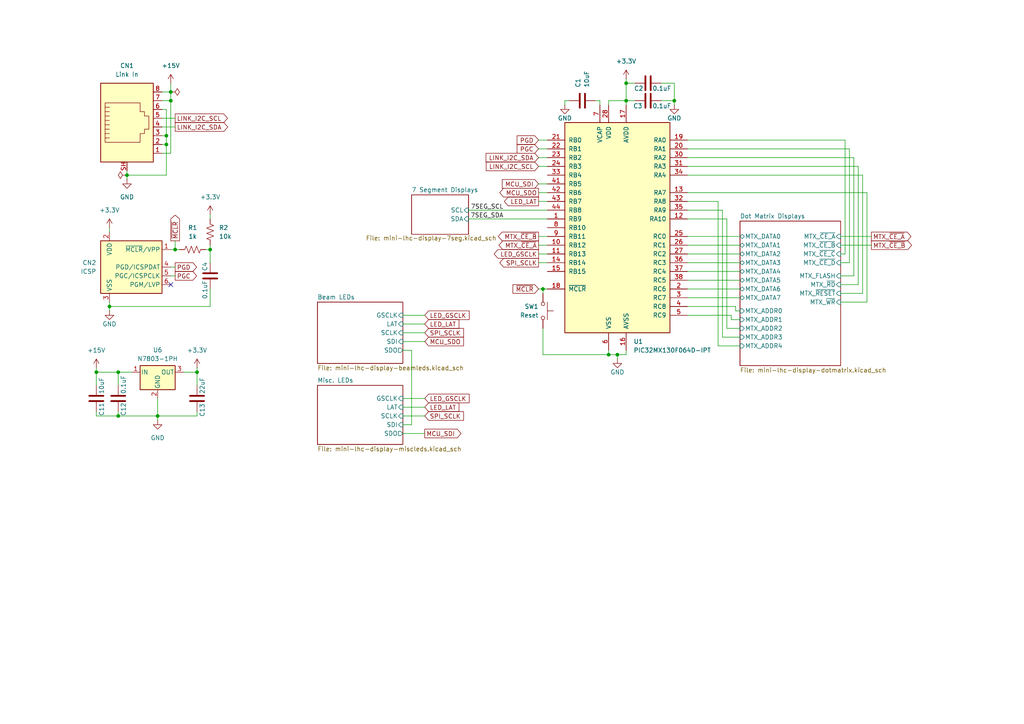
<source format=kicad_sch>
(kicad_sch (version 20250114) (generator "eeschema") (generator_version "9.0")
  (paper "A4")
  (lib_symbols
    (symbol "Connector:8P8C_Shielded" (pin_names (offset 1.016))
      (property "Reference" "J" (at -5.08 13.97 0))
      (property "Value" "8P8C_Shielded" (at 2.54 13.97 0))
      (symbol "8P8C_Shielded_0_1"
        (polyline (pts (xy -6.35 1.905) (xy -5.08 1.905) (xy -5.08 1.905)))
        (polyline (pts (xy -6.35 0.635) (xy -5.08 0.635) (xy -5.08 0.635)))
        (polyline (pts (xy -6.35 -0.635) (xy -5.08 -0.635) (xy -5.08 -0.635)))
        (polyline (pts (xy -6.35 -1.905) (xy -5.08 -1.905) (xy -5.08 -1.905)))
        (polyline (pts (xy -6.35 -3.175) (xy -5.08 -3.175) (xy -5.08 -3.175)))
        (polyline (pts (xy -6.35 -4.445) (xy -6.35 6.985) (xy 3.81 6.985) (xy 3.81 4.445) (xy 5.08 4.445) (xy 5.08 3.175) (xy 6.35 3.175) (xy 6.35 -0.635) (xy 5.08 -0.635) (xy 5.08 -1.905) (xy 3.81 -1.905) (xy 3.81 -4.445) (xy -6.35 -4.445) (xy -6.35 -4.445)))
        (polyline (pts (xy -5.08 5.715) (xy -6.35 5.715)))
        (polyline (pts (xy -5.08 4.445) (xy -6.35 4.445)))
        (polyline (pts (xy -5.08 3.175) (xy -6.35 3.175) (xy -6.35 3.175)))
        (rectangle (start 7.62 12.7) (end -7.62 -10.16) (stroke (width 0.254)) (fill (type background)))
      )
      (symbol "8P8C_Shielded_1_1"
        (pin passive line (at 0 -12.7 90) (length 2.54) (name "~") (number "SH"))
        (pin passive line (at 10.16 10.16 180) (length 2.54) (name "~") (number "8"))
        (pin passive line (at 10.16 7.62 180) (length 2.54) (name "~") (number "7"))
        (pin passive line (at 10.16 5.08 180) (length 2.54) (name "~") (number "6"))
        (pin passive line (at 10.16 2.54 180) (length 2.54) (name "~") (number "5"))
        (pin passive line (at 10.16 0 180) (length 2.54) (name "~") (number "4"))
        (pin passive line (at 10.16 -2.54 180) (length 2.54) (name "~") (number "3"))
        (pin passive line (at 10.16 -5.08 180) (length 2.54) (name "~") (number "2"))
        (pin passive line (at 10.16 -7.62 180) (length 2.54) (name "~") (number "1"))
      )
    )
    (symbol "Connector:Conn_PIC_ICSP_ICD"
      (property "Reference" "J" (at 6.35 8.89 0))
      (property "Value" "Conn_PIC_ICSP_ICD" (at -8.89 -1.27 90))
      (symbol "Conn_PIC_ICSP_ICD_0_1"
        (rectangle (start -7.62 7.62) (end 10.16 -7.62) (stroke (width 0.254)) (fill (type background)))
      )
      (symbol "Conn_PIC_ICSP_ICD_1_1"
        (pin passive line (at -5.08 10.16 270) (length 2.54) (name "VDD") (number "2"))
        (pin power_in line (at -5.08 -10.16 90) (length 2.54) (name "VSS") (number "3"))
        (pin passive line (at 12.7 5.08 180) (length 2.54) (name "~{MCLR}/VPP") (number "1"))
        (pin bidirectional line (at 12.7 0 180) (length 2.54) (name "PGD/ICSPDAT") (number "4"))
        (pin output line (at 12.7 -2.54 180) (length 2.54) (name "PGC/ICSPCLK") (number "5"))
        (pin output line (at 12.7 -5.08 180) (length 2.54) (name "PGM/LVP") (number "6"))
      )
    )
    (symbol "Device:C" (pin_numbers (hide yes)) (pin_names (offset 0.254))
      (property "Reference" "C" (at 0.635 2.54 0))
      (property "Value" "C" (at 0.635 -2.54 0))
      (symbol "C_0_1"
        (polyline (pts (xy -2.032 0.762) (xy 2.032 0.762)) (stroke (width 0.508)))
        (polyline (pts (xy -2.032 -0.762) (xy 2.032 -0.762)) (stroke (width 0.508)))
      )
      (symbol "C_1_1"
        (pin passive line (at 0 3.81 270) (length 2.794) (name "~") (number "1"))
        (pin passive line (at 0 -3.81 90) (length 2.794) (name "~") (number "2"))
      )
    )
    (symbol "Device:R_US" (pin_numbers (hide yes)) (pin_names (offset 0))
      (property "Reference" "R" (at 2.54 0 90))
      (property "Value" "R_US" (at -2.54 0 90))
      (symbol "R_US_0_1"
        (polyline (pts (xy 0 2.286) (xy 0 2.54)))
        (polyline (pts (xy 0 2.286) (xy 1.016 1.905) (xy 0 1.524) (xy -1.016 1.143) (xy 0 0.762)))
        (polyline (pts (xy 0 0.762) (xy 1.016 0.381) (xy 0 0) (xy -1.016 -0.381) (xy 0 -0.762)))
        (polyline (pts (xy 0 -0.762) (xy 1.016 -1.143) (xy 0 -1.524) (xy -1.016 -1.905) (xy 0 -2.286)))
        (polyline (pts (xy 0 -2.286) (xy 0 -2.54)))
      )
      (symbol "R_US_1_1"
        (pin passive line (at 0 3.81 270) (length 1.27) (name "~") (number "1"))
        (pin passive line (at 0 -3.81 90) (length 1.27) (name "~") (number "2"))
      )
    )
    (symbol "MCU_Microchip_PIC32:PIC32MX130F064D-IPT" (pin_names (offset 1.016))
      (property "Reference" "U1" (at 4.6833 -33.02 0))
      (property "Value" "PIC32MX130F064D-IPT" (at 4.6833 -35.56 0))
      (symbol "PIC32MX130F064D-IPT_0_1"
        (rectangle (start -15.24 30.48) (end 15.24 -30.48) (stroke (width 0.254)) (fill (type background)))
      )
      (symbol "PIC32MX130F064D-IPT_1_1"
        (pin bidirectional line (at -20.32 25.4 0) (length 5.08) (name "RB0") (number "21"))
        (pin bidirectional line (at -20.32 22.86 0) (length 5.08) (name "RB1") (number "22"))
        (pin bidirectional line (at -20.32 20.32 0) (length 5.08) (name "RB2") (number "23"))
        (pin bidirectional line (at -20.32 17.78 0) (length 5.08) (name "RB3") (number "24"))
        (pin bidirectional line (at -20.32 15.24 0) (length 5.08) (name "RB4") (number "33"))
        (pin bidirectional line (at -20.32 12.7 0) (length 5.08) (name "RB5") (number "41"))
        (pin bidirectional line (at -20.32 10.16 0) (length 5.08) (name "RB6") (number "42"))
        (pin bidirectional line (at -20.32 7.62 0) (length 5.08) (name "RB7") (number "43"))
        (pin bidirectional line (at -20.32 5.08 0) (length 5.08) (name "RB8") (number "44"))
        (pin bidirectional line (at -20.32 2.54 0) (length 5.08) (name "RB9") (number "1"))
        (pin bidirectional line (at -20.32 0 0) (length 5.08) (name "RB10") (number "8"))
        (pin bidirectional line (at -20.32 -2.54 0) (length 5.08) (name "RB11") (number "9"))
        (pin bidirectional line (at -20.32 -5.08 0) (length 5.08) (name "RB12") (number "10"))
        (pin bidirectional line (at -20.32 -7.62 0) (length 5.08) (name "RB13") (number "11"))
        (pin bidirectional line (at -20.32 -10.16 0) (length 5.08) (name "RB14") (number "14"))
        (pin bidirectional line (at -20.32 -12.7 0) (length 5.08) (name "RB15") (number "15"))
        (pin input line (at -20.32 -17.78 0) (length 5.08) (name "~{MCLR}") (number "18"))
        (pin power_in line (at -5.08 35.56 270) (length 5.08) (name "VCAP") (number "7"))
        (pin power_in line (at -2.54 35.56 270) (length 5.08) (name "VDD") (number "28"))
        (pin passive line (at -2.54 35.56 270) (length 5.08) (hide yes) (name "VDD") (number "40"))
        (pin passive line (at -2.54 -35.56 90) (length 5.08) (hide yes) (name "VSS") (number "29"))
        (pin passive line (at -2.54 -35.56 90) (length 5.08) (hide yes) (name "VSS") (number "39"))
        (pin power_in line (at -2.54 -35.56 90) (length 5.08) (name "VSS") (number "6"))
        (pin power_in line (at 2.54 35.56 270) (length 5.08) (name "AVDD") (number "17"))
        (pin power_in line (at 2.54 -35.56 90) (length 5.08) (name "AVSS") (number "16"))
        (pin bidirectional line (at 20.32 25.4 180) (length 5.08) (name "RA0") (number "19"))
        (pin bidirectional line (at 20.32 22.86 180) (length 5.08) (name "RA1") (number "20"))
        (pin bidirectional line (at 20.32 20.32 180) (length 5.08) (name "RA2") (number "30"))
        (pin bidirectional line (at 20.32 17.78 180) (length 5.08) (name "RA3") (number "31"))
        (pin bidirectional line (at 20.32 15.24 180) (length 5.08) (name "RA4") (number "34"))
        (pin bidirectional line (at 20.32 10.16 180) (length 5.08) (name "RA7") (number "13"))
        (pin bidirectional line (at 20.32 7.62 180) (length 5.08) (name "RA8") (number "32"))
        (pin bidirectional line (at 20.32 5.08 180) (length 5.08) (name "RA9") (number "35"))
        (pin bidirectional line (at 20.32 2.54 180) (length 5.08) (name "RA10") (number "12"))
        (pin bidirectional line (at 20.32 -2.54 180) (length 5.08) (name "RC0") (number "25"))
        (pin bidirectional line (at 20.32 -5.08 180) (length 5.08) (name "RC1") (number "26"))
        (pin bidirectional line (at 20.32 -7.62 180) (length 5.08) (name "RC2") (number "27"))
        (pin bidirectional line (at 20.32 -10.16 180) (length 5.08) (name "RC3") (number "36"))
        (pin bidirectional line (at 20.32 -12.7 180) (length 5.08) (name "RC4") (number "37"))
        (pin bidirectional line (at 20.32 -15.24 180) (length 5.08) (name "RC5") (number "38"))
        (pin bidirectional line (at 20.32 -17.78 180) (length 5.08) (name "RC6") (number "2"))
        (pin bidirectional line (at 20.32 -20.32 180) (length 5.08) (name "RC7") (number "3"))
        (pin bidirectional line (at 20.32 -22.86 180) (length 5.08) (name "RC8") (number "4"))
        (pin bidirectional line (at 20.32 -25.4 180) (length 5.08) (name "RC9") (number "5"))
      )
    )
    (symbol "Regulator_Switching:R-785.0-1.0" (pin_names (offset 0.254))
      (property "Reference" "U" (at -3.81 3.175 0))
      (property "Value" "R-785.0-1.0" (at 0 3.175 0))
      (symbol "R-785.0-1.0_0_1"
        (rectangle (start -5.08 1.905) (end 5.08 -5.08) (stroke (width 0.254)) (fill (type background)))
      )
      (symbol "R-785.0-1.0_1_1"
        (pin power_in line (at -7.62 0 0) (length 2.54) (name "IN") (number "1"))
        (pin power_in line (at 0 -7.62 90) (length 2.54) (name "GND") (number "2"))
        (pin power_out line (at 7.62 0 180) (length 2.54) (name "OUT") (number "3"))
      )
    )
    (symbol "Switch:SW_Push" (pin_numbers (hide yes)) (pin_names (offset 1.016) (hide yes))
      (property "Reference" "SW" (at 1.27 2.54 0))
      (property "Value" "SW_Push" (at 0 -1.524 0))
      (symbol "SW_Push_0_1"
        (circle (center -2.032 0) (radius 0.508))
        (polyline (pts (xy 0 1.27) (xy 0 3.048)))
        (circle (center 2.032 0) (radius 0.508))
        (polyline (pts (xy 2.54 1.27) (xy -2.54 1.27)))
        (pin passive line (at -5.08 0 0) (length 2.54) (name "1") (number "1"))
        (pin passive line (at 5.08 0 180) (length 2.54) (name "2") (number "2"))
      )
    )
    (symbol "power:+15V" (power) (pin_numbers (hide yes)) (pin_names (offset 0) (hide yes))
      (property "Value" "+15V" (at 0 3.556 0))
      (symbol "+15V_0_1"
        (polyline (pts (xy -0.762 1.27) (xy 0 2.54)))
        (polyline (pts (xy 0 2.54) (xy 0.762 1.27)))
        (polyline (pts (xy 0 0) (xy 0 2.54)))
      )
      (symbol "+15V_1_1"
        (pin power_in line (at 0 0 90) (length 0) (name "~") (number "1"))
      )
    )
    (symbol "power:+3.3V" (power) (pin_numbers (hide yes)) (pin_names (offset 0) (hide yes))
      (property "Value" "+3.3V" (at 0 3.556 0))
      (symbol "+3.3V_0_1"
        (polyline (pts (xy -0.762 1.27) (xy 0 2.54)))
        (polyline (pts (xy 0 2.54) (xy 0.762 1.27)))
        (polyline (pts (xy 0 0) (xy 0 2.54)))
      )
      (symbol "+3.3V_1_1"
        (pin power_in line (at 0 0 90) (length 0) (name "~") (number "1"))
      )
    )
    (symbol "power:GND" (power) (pin_numbers (hide yes)) (pin_names (offset 0) (hide yes))
      (property "Value" "GND" (at 0 -3.81 0))
      (symbol "GND_0_1"
        (polyline (pts (xy 0 0) (xy 0 -1.27) (xy 1.27 -1.27) (xy 0 -2.54) (xy -1.27 -1.27) (xy 0 -1.27)))
      )
      (symbol "GND_1_1"
        (pin power_in line (at 0 0 270) (length 0) (name "~") (number "1"))
      )
    )
    (symbol "power:PWR_FLAG" (power) (pin_numbers (hide yes)) (pin_names (offset 0) (hide yes))
      (property "Value" "PWR_FLAG" (at 0 3.81 0))
      (symbol "PWR_FLAG_0_0"
        (pin power_out line (at 0 0 90) (length 0) (name "~") (number "1"))
      )
      (symbol "PWR_FLAG_0_1"
        (polyline (pts (xy 0 0) (xy 0 1.27) (xy -1.016 1.905) (xy 0 2.54) (xy 1.016 1.905) (xy 0 1.27)))
      )
    )
  )
  (junction (at 34.29 120.65))
  (junction (at 48.26 39.37))
  (junction (at 195.58 29.21))
  (junction (at 57.15 107.95))
  (junction (at 157.48 83.82))
  (junction (at 60.96 72.39))
  (junction (at 34.29 107.95))
  (junction (at 50.8 72.39))
  (junction (at 27.94 107.95))
  (junction (at 48.26 41.91))
  (junction (at 36.83 50.8))
  (junction (at 49.53 26.67))
  (junction (at 31.75 88.9))
  (junction (at 176.53 102.87))
  (junction (at 181.61 29.21))
  (junction (at 181.61 24.13))
  (junction (at 49.53 29.21))
  (junction (at 179.07 102.87))
  (junction (at 45.72 120.65))
  (no_connect (at 49.53 82.55))
  (wire (pts (xy 46.99 26.67) (xy 49.53 26.67)))
  (wire (pts (xy 49.53 72.39) (xy 50.8 72.39)))
  (wire (pts (xy 60.96 72.39) (xy 60.96 71.12)))
  (wire (pts (xy 210.82 95.25) (xy 214.63 95.25)))
  (wire (pts (xy 176.53 102.87) (xy 179.07 102.87)))
  (wire (pts (xy 157.48 102.87) (xy 176.53 102.87)))
  (wire (pts (xy 116.84 96.52) (xy 123.19 96.52)))
  (wire (pts (xy 48.26 31.75) (xy 48.26 39.37)))
  (wire (pts (xy 184.15 24.13) (xy 181.61 24.13)))
  (wire (pts (xy 209.55 60.96) (xy 209.55 97.79)))
  (wire (pts (xy 208.28 100.33) (xy 214.63 100.33)))
  (wire (pts (xy 157.48 83.82) (xy 157.48 85.09)))
  (wire (pts (xy 179.07 102.87) (xy 181.61 102.87)))
  (wire (pts (xy 116.84 118.11) (xy 123.19 118.11)))
  (wire (pts (xy 156.21 71.12) (xy 158.75 71.12)))
  (wire (pts (xy 156.21 73.66) (xy 158.75 73.66)))
  (wire (pts (xy 199.39 81.28) (xy 214.63 81.28)))
  (wire (pts (xy 57.15 120.65) (xy 57.15 119.38)))
  (wire (pts (xy 45.72 120.65) (xy 57.15 120.65)))
  (wire (pts (xy 34.29 119.38) (xy 34.29 120.65)))
  (wire (pts (xy 116.84 120.65) (xy 123.19 120.65)))
  (wire (pts (xy 181.61 102.87) (xy 181.61 101.6)))
  (wire (pts (xy 116.84 93.98) (xy 123.19 93.98)))
  (wire (pts (xy 163.83 29.21) (xy 165.1 29.21)))
  (wire (pts (xy 116.84 115.57) (xy 123.19 115.57)))
  (wire (pts (xy 46.99 36.83) (xy 50.8 36.83)))
  (wire (pts (xy 209.55 97.79) (xy 214.63 97.79)))
  (wire (pts (xy 199.39 60.96) (xy 209.55 60.96)))
  (wire (pts (xy 48.26 39.37) (xy 48.26 41.91)))
  (wire (pts (xy 251.46 87.63) (xy 243.84 87.63)))
  (wire (pts (xy 243.84 71.12) (xy 252.73 71.12)))
  (wire (pts (xy 156.21 40.64) (xy 158.75 40.64)))
  (wire (pts (xy 157.48 83.82) (xy 158.75 83.82)))
  (wire (pts (xy 27.94 120.65) (xy 27.94 119.38)))
  (wire (pts (xy 191.77 29.21) (xy 195.58 29.21)))
  (wire (pts (xy 60.96 83.82) (xy 60.96 88.9)))
  (wire (pts (xy 199.39 68.58) (xy 214.63 68.58)))
  (wire (pts (xy 199.39 55.88) (xy 251.46 55.88)))
  (wire (pts (xy 50.8 72.39) (xy 52.07 72.39)))
  (wire (pts (xy 213.36 90.17) (xy 214.63 90.17)))
  (wire (pts (xy 156.21 45.72) (xy 158.75 45.72)))
  (wire (pts (xy 36.83 50.8) (xy 48.26 50.8)))
  (wire (pts (xy 191.77 24.13) (xy 195.58 24.13)))
  (wire (pts (xy 248.92 82.55) (xy 243.84 82.55)))
  (wire (pts (xy 27.94 106.68) (xy 27.94 107.95)))
  (wire (pts (xy 116.84 99.06) (xy 123.19 99.06)))
  (wire (pts (xy 46.99 44.45) (xy 49.53 44.45)))
  (wire (pts (xy 156.21 48.26) (xy 158.75 48.26)))
  (wire (pts (xy 181.61 24.13) (xy 181.61 29.21)))
  (wire (pts (xy 179.07 102.87) (xy 179.07 104.14)))
  (wire (pts (xy 173.99 29.21) (xy 173.99 30.48)))
  (wire (pts (xy 45.72 120.65) (xy 45.72 121.92)))
  (wire (pts (xy 163.83 30.48) (xy 163.83 29.21)))
  (wire (pts (xy 49.53 24.13) (xy 49.53 26.67)))
  (wire (pts (xy 156.21 55.88) (xy 158.75 55.88)))
  (wire (pts (xy 34.29 120.65) (xy 45.72 120.65)))
  (wire (pts (xy 213.36 88.9) (xy 213.36 90.17)))
  (wire (pts (xy 212.09 92.71) (xy 214.63 92.71)))
  (wire (pts (xy 181.61 29.21) (xy 184.15 29.21)))
  (wire (pts (xy 245.11 73.66) (xy 243.84 73.66)))
  (wire (pts (xy 195.58 24.13) (xy 195.58 29.21)))
  (wire (pts (xy 199.39 86.36) (xy 214.63 86.36)))
  (wire (pts (xy 46.99 34.29) (xy 50.8 34.29)))
  (wire (pts (xy 156.21 58.42) (xy 158.75 58.42)))
  (wire (pts (xy 50.8 77.47) (xy 49.53 77.47)))
  (wire (pts (xy 157.48 102.87) (xy 157.48 95.25)))
  (wire (pts (xy 46.99 29.21) (xy 49.53 29.21)))
  (wire (pts (xy 34.29 107.95) (xy 38.1 107.95)))
  (wire (pts (xy 199.39 76.2) (xy 214.63 76.2)))
  (wire (pts (xy 195.58 29.21) (xy 195.58 30.48)))
  (wire (pts (xy 31.75 90.17) (xy 31.75 88.9)))
  (wire (pts (xy 60.96 72.39) (xy 60.96 76.2)))
  (wire (pts (xy 199.39 50.8) (xy 250.19 50.8)))
  (wire (pts (xy 199.39 78.74) (xy 214.63 78.74)))
  (wire (pts (xy 59.69 72.39) (xy 60.96 72.39)))
  (wire (pts (xy 34.29 120.65) (xy 27.94 120.65)))
  (wire (pts (xy 251.46 55.88) (xy 251.46 87.63)))
  (wire (pts (xy 247.65 80.01) (xy 243.84 80.01)))
  (wire (pts (xy 156.21 76.2) (xy 158.75 76.2)))
  (wire (pts (xy 31.75 66.04) (xy 31.75 67.31)))
  (wire (pts (xy 156.21 83.82) (xy 157.48 83.82)))
  (wire (pts (xy 243.84 68.58) (xy 252.73 68.58)))
  (wire (pts (xy 45.72 115.57) (xy 45.72 120.65)))
  (wire (pts (xy 46.99 39.37) (xy 48.26 39.37)))
  (wire (pts (xy 116.84 123.19) (xy 119.38 123.19)))
  (wire (pts (xy 245.11 40.64) (xy 245.11 73.66)))
  (wire (pts (xy 181.61 22.86) (xy 181.61 24.13)))
  (wire (pts (xy 199.39 43.18) (xy 246.38 43.18)))
  (wire (pts (xy 48.26 41.91) (xy 48.26 50.8)))
  (wire (pts (xy 208.28 58.42) (xy 208.28 100.33)))
  (wire (pts (xy 199.39 73.66) (xy 214.63 73.66)))
  (wire (pts (xy 212.09 91.44) (xy 212.09 92.71)))
  (wire (pts (xy 248.92 48.26) (xy 248.92 82.55)))
  (wire (pts (xy 50.8 69.85) (xy 50.8 72.39)))
  (wire (pts (xy 31.75 88.9) (xy 31.75 87.63)))
  (wire (pts (xy 246.38 76.2) (xy 243.84 76.2)))
  (wire (pts (xy 181.61 29.21) (xy 181.61 30.48)))
  (wire (pts (xy 250.19 50.8) (xy 250.19 85.09)))
  (wire (pts (xy 135.89 63.5) (xy 158.75 63.5)))
  (wire (pts (xy 27.94 107.95) (xy 34.29 107.95)))
  (wire (pts (xy 176.53 29.21) (xy 181.61 29.21)))
  (wire (pts (xy 116.84 125.73) (xy 123.19 125.73)))
  (wire (pts (xy 199.39 63.5) (xy 210.82 63.5)))
  (wire (pts (xy 172.72 29.21) (xy 173.99 29.21)))
  (wire (pts (xy 199.39 48.26) (xy 248.92 48.26)))
  (wire (pts (xy 246.38 43.18) (xy 246.38 76.2)))
  (wire (pts (xy 176.53 101.6) (xy 176.53 102.87)))
  (wire (pts (xy 199.39 91.44) (xy 212.09 91.44)))
  (wire (pts (xy 50.8 80.01) (xy 49.53 80.01)))
  (wire (pts (xy 199.39 71.12) (xy 214.63 71.12)))
  (wire (pts (xy 156.21 68.58) (xy 158.75 68.58)))
  (wire (pts (xy 49.53 29.21) (xy 49.53 26.67)))
  (wire (pts (xy 36.83 49.53) (xy 36.83 50.8)))
  (wire (pts (xy 36.83 50.8) (xy 36.83 52.07)))
  (wire (pts (xy 53.34 107.95) (xy 57.15 107.95)))
  (wire (pts (xy 57.15 107.95) (xy 57.15 111.76)))
  (wire (pts (xy 49.53 29.21) (xy 49.53 44.45)))
  (wire (pts (xy 46.99 41.91) (xy 48.26 41.91)))
  (wire (pts (xy 199.39 40.64) (xy 245.11 40.64)))
  (wire (pts (xy 199.39 58.42) (xy 208.28 58.42)))
  (wire (pts (xy 247.65 45.72) (xy 247.65 80.01)))
  (wire (pts (xy 135.89 60.96) (xy 158.75 60.96)))
  (wire (pts (xy 156.21 53.34) (xy 158.75 53.34)))
  (wire (pts (xy 46.99 31.75) (xy 48.26 31.75)))
  (wire (pts (xy 199.39 83.82) (xy 214.63 83.82)))
  (wire (pts (xy 57.15 106.68) (xy 57.15 107.95)))
  (wire (pts (xy 60.96 88.9) (xy 31.75 88.9)))
  (wire (pts (xy 27.94 107.95) (xy 27.94 111.76)))
  (wire (pts (xy 210.82 63.5) (xy 210.82 95.25)))
  (wire (pts (xy 119.38 101.6) (xy 116.84 101.6)))
  (wire (pts (xy 199.39 88.9) (xy 213.36 88.9)))
  (wire (pts (xy 156.21 43.18) (xy 158.75 43.18)))
  (wire (pts (xy 60.96 62.23) (xy 60.96 63.5)))
  (wire (pts (xy 116.84 91.44) (xy 123.19 91.44)))
  (wire (pts (xy 34.29 107.95) (xy 34.29 111.76)))
  (wire (pts (xy 176.53 30.48) (xy 176.53 29.21)))
  (wire (pts (xy 250.19 85.09) (xy 243.84 85.09)))
  (wire (pts (xy 119.38 123.19) (xy 119.38 101.6)))
  (wire (pts (xy 199.39 45.72) (xy 247.65 45.72)))
  (label "7SEG_SCL" (at 146.05 60.96 180))
  (label "7SEG_SDA" (at 146.05 63.5 180))
  (global_label "LED_LAT" (shape output) (at 156.21 58.42 180) (property "Intersheetrefs" "${INTERSHEET_REFS}" (effects (hide yes))))
  (global_label "MCU_SDO" (shape output) (at 156.21 55.88 180) (property "Intersheetrefs" "${INTERSHEET_REFS}" (effects (hide yes))))
  (global_label "LED_LAT" (shape input) (at 123.19 118.11 0) (property "Intersheetrefs" "${INTERSHEET_REFS}" (effects (hide yes))))
  (global_label "PGC" (shape output) (at 50.8 80.01 0) (property "Intersheetrefs" "${INTERSHEET_REFS}" (effects (hide yes))))
  (global_label "SPI_SCLK" (shape output) (at 156.21 76.2 180) (property "Intersheetrefs" "${INTERSHEET_REFS}" (effects (hide yes))))
  (global_label "MTX_~{CE_A}" (shape output) (at 156.21 71.12 180) (property "Intersheetrefs" "${INTERSHEET_REFS}" (effects (hide yes))))
  (global_label "LINK_I2C_SCL" (shape output) (at 50.8 34.29 0) (property "Intersheetrefs" "${INTERSHEET_REFS}" (effects (hide yes))))
  (global_label "MTX_~{CE_B}" (shape output) (at 252.73 71.12 0) (property "Intersheetrefs" "${INTERSHEET_REFS}" (effects (hide yes))))
  (global_label "LED_GSCLK" (shape input) (at 123.19 91.44 0) (property "Intersheetrefs" "${INTERSHEET_REFS}" (effects (hide yes))))
  (global_label "~{MCLR}" (shape output) (at 50.8 69.85 90) (property "Intersheetrefs" "${INTERSHEET_REFS}" (effects (hide yes))))
  (global_label "LED_GSCLK" (shape output) (at 156.21 73.66 180) (property "Intersheetrefs" "${INTERSHEET_REFS}" (effects (hide yes))))
  (global_label "PGD" (shape input) (at 156.21 40.64 180) (property "Intersheetrefs" "${INTERSHEET_REFS}" (effects (hide yes))))
  (global_label "LINK_I2C_SDA" (shape input) (at 156.21 45.72 180) (property "Intersheetrefs" "${INTERSHEET_REFS}" (effects (hide yes))))
  (global_label "MTX_~{CE_A}" (shape output) (at 252.73 68.58 0) (property "Intersheetrefs" "${INTERSHEET_REFS}" (effects (hide yes))))
  (global_label "MCU_SDO" (shape input) (at 123.19 99.06 0) (property "Intersheetrefs" "${INTERSHEET_REFS}" (effects (hide yes))))
  (global_label "SPI_SCLK" (shape input) (at 123.19 120.65 0) (property "Intersheetrefs" "${INTERSHEET_REFS}" (effects (hide yes))))
  (global_label "MCU_SDI" (shape output) (at 123.19 125.73 0) (property "Intersheetrefs" "${INTERSHEET_REFS}" (effects (hide yes))))
  (global_label "SPI_SCLK" (shape input) (at 123.19 96.52 0) (property "Intersheetrefs" "${INTERSHEET_REFS}" (effects (hide yes))))
  (global_label "LINK_I2C_SCL" (shape input) (at 156.21 48.26 180) (property "Intersheetrefs" "${INTERSHEET_REFS}" (effects (hide yes))))
  (global_label "PGD" (shape output) (at 50.8 77.47 0) (property "Intersheetrefs" "${INTERSHEET_REFS}" (effects (hide yes))))
  (global_label "LED_GSCLK" (shape input) (at 123.19 115.57 0) (property "Intersheetrefs" "${INTERSHEET_REFS}" (effects (hide yes))))
  (global_label "PGC" (shape input) (at 156.21 43.18 180) (property "Intersheetrefs" "${INTERSHEET_REFS}" (effects (hide yes))))
  (global_label "MTX_~{CE_B}" (shape output) (at 156.21 68.58 180) (property "Intersheetrefs" "${INTERSHEET_REFS}" (effects (hide yes))))
  (global_label "~{MCLR}" (shape input) (at 156.21 83.82 180) (property "Intersheetrefs" "${INTERSHEET_REFS}" (effects (hide yes))))
  (global_label "LINK_I2C_SDA" (shape output) (at 50.8 36.83 0) (property "Intersheetrefs" "${INTERSHEET_REFS}" (effects (hide yes))))
  (global_label "LED_LAT" (shape input) (at 123.19 93.98 0) (property "Intersheetrefs" "${INTERSHEET_REFS}" (effects (hide yes))))
  (global_label "MCU_SDI" (shape input) (at 156.21 53.34 180) (property "Intersheetrefs" "${INTERSHEET_REFS}" (effects (hide yes))))
  (symbol (lib_id "Device:C") (at 57.15 115.57 0) (mirror y) (unit 1)
    (property "Reference" "C13" (at 58.674 120.904 90) (effects (justify left)))
    (property "Value" "22uF" (at 58.674 114.3 90) (effects (justify left)))
    (property "Footprint" "Capacitor_SMD:C_0603_1608Metric" (effects (hide yes)))
    (property "Description" "Unpolarized capacitor" (effects (hide yes)))
  )
  (symbol (lib_id "power:GND") (at 195.58 30.48 0) (unit 1)
    (property "Reference" "#PWR05" (effects (hide yes)))
    (property "Value" "GND" (at 195.58 34.29 0))
    (property "Description" "Power symbol creates a global label with name \"GND\" , ground" (effects (hide yes)))
  )
  (symbol (lib_id "Device:C") (at 168.91 29.21 90) (unit 1)
    (property "Reference" "C1" (at 167.6399 25.4 0) (effects (justify left)))
    (property "Value" "10uF" (at 170.1799 25.4 0) (effects (justify left)))
    (property "Footprint" "Capacitor_SMD:C_0603_1608Metric" (effects (hide yes)))
    (property "Description" "Unpolarized capacitor" (effects (hide yes)))
  )
  (symbol (lib_id "Device:R_US") (at 60.96 67.31 180) (unit 1)
    (property "Reference" "R2" (at 63.5 66.0399 0) (effects (justify right)))
    (property "Value" "10k" (at 63.5 68.5799 0) (effects (justify right)))
    (property "Footprint" "Resistor_SMD:R_0603_1608Metric" (effects (hide yes)))
    (property "Description" "Resistor, US symbol" (effects (hide yes)))
  )
  (symbol (lib_id "Device:C") (at 60.96 80.01 0) (mirror x) (unit 1)
    (property "Reference" "C4" (at 59.436 75.946 90) (effects (justify left)))
    (property "Value" "0.1uF" (at 59.436 81.28 90) (effects (justify left)))
    (property "Footprint" "Capacitor_SMD:C_0603_1608Metric" (effects (hide yes)))
    (property "Description" "Unpolarized capacitor" (effects (hide yes)))
  )
  (symbol (lib_id "Device:C") (at 187.96 29.21 270) (mirror x) (unit 1)
    (property "Reference" "C3" (at 183.642 30.734 90) (effects (justify left)))
    (property "Value" "0.1uF" (at 189.23 30.734 90) (effects (justify left)))
    (property "Footprint" "Capacitor_SMD:C_0603_1608Metric" (effects (hide yes)))
    (property "Description" "Unpolarized capacitor" (effects (hide yes)))
  )
  (symbol (lib_id "Device:C") (at 27.94 115.57 0) (mirror y) (unit 1)
    (property "Reference" "C11" (at 29.464 120.65 90) (effects (justify left)))
    (property "Value" "10uF" (at 29.464 114.3 90) (effects (justify left)))
    (property "Footprint" "Capacitor_SMD:C_0603_1608Metric" (effects (hide yes)))
    (property "Description" "Unpolarized capacitor" (effects (hide yes)))
  )
  (symbol (lib_id "Connector:Conn_PIC_ICSP_ICD") (at 36.83 77.47 0) (unit 1)
    (property "Reference" "CN2" (at 27.94 76.1999 0) (effects (justify right)))
    (property "Value" "ICSP" (at 27.94 78.7399 0) (effects (justify right)))
    (property "Footprint" "Connector_PinHeader_2.54mm:PinHeader_1x06_P2.54mm_Vertical" (effects (hide yes)))
    (property "Datasheet" "http://ww1.microchip.com/downloads/en/devicedoc/30277d.pdf" (effects (hide yes)))
    (property "Description" "Microchip PIC In-Circuit Serial Programming/Debugging (ICSP/ICD) connector" (effects (hide yes)))
  )
  (symbol (lib_id "power:+3.3V") (at 57.15 106.68 0) (mirror y) (unit 1)
    (property "Reference" "#PWR039" (effects (hide yes)))
    (property "Value" "+3.3V" (at 57.15 101.6 0))
    (property "Description" "Power symbol creates a global label with name \"+3.3V\"" (effects (hide yes)))
  )
  (symbol (lib_id "power:GND") (at 45.72 121.92 0) (unit 1)
    (property "Reference" "#PWR037" (effects (hide yes)))
    (property "Value" "GND" (at 45.72 127 0))
    (property "Description" "Power symbol creates a global label with name \"GND\" , ground" (effects (hide yes)))
  )
  (symbol (lib_id "power:GND") (at 31.75 90.17 0) (unit 1)
    (property "Reference" "#PWR08" (effects (hide yes)))
    (property "Value" "GND" (at 31.75 93.98 0))
    (property "Description" "Power symbol creates a global label with name \"GND\" , ground" (effects (hide yes)))
  )
  (symbol (lib_id "power:GND") (at 36.83 52.07 0) (unit 1)
    (property "Reference" "#PWR01" (effects (hide yes)))
    (property "Value" "GND" (at 36.83 57.15 0))
    (property "Description" "Power symbol creates a global label with name \"GND\" , ground" (effects (hide yes)))
  )
  (symbol (lib_id "power:+3.3V") (at 31.75 66.04 0) (mirror y) (unit 1)
    (property "Reference" "#PWR07" (effects (hide yes)))
    (property "Value" "+3.3V" (at 31.75 60.96 0))
    (property "Description" "Power symbol creates a global label with name \"+3.3V\"" (effects (hide yes)))
  )
  (symbol (lib_id "power:+15V") (at 27.94 106.68 0) (unit 1)
    (property "Reference" "#PWR036" (effects (hide yes)))
    (property "Value" "+15V" (at 27.94 101.6 0))
    (property "Description" "Power symbol creates a global label with name \"+15V\"" (effects (hide yes)))
  )
  (symbol (lib_id "Switch:SW_Push") (at 157.48 90.17 270) (mirror x) (unit 1)
    (property "Reference" "SW1" (at 156.21 88.8999 90) (effects (justify right)))
    (property "Value" "Reset" (at 156.21 91.4399 90) (effects (justify right)))
    (property "Description" "Push button switch, generic, two pins" (effects (hide yes)))
  )
  (symbol (lib_id "power:+3.3V") (at 60.96 62.23 0) (mirror y) (unit 1)
    (property "Reference" "#PWR09" (effects (hide yes)))
    (property "Value" "+3.3V" (at 60.96 57.15 0))
    (property "Description" "Power symbol creates a global label with name \"+3.3V\"" (effects (hide yes)))
  )
  (symbol (lib_id "power:PWR_FLAG") (at 36.83 50.8 90) (unit 1)
    (property "Reference" "#FLG02" (effects (hide yes)))
    (property "Value" "PWR_FLAG" (effects (hide yes)))
    (property "Description" "Special symbol for telling ERC where power comes from" (effects (hide yes)))
  )
  (symbol (lib_id "Device:C") (at 187.96 24.13 270) (mirror x) (unit 1)
    (property "Reference" "C2" (at 183.896 25.654 90) (effects (justify left)))
    (property "Value" "0.1uF" (at 189.23 25.654 90) (effects (justify left)))
    (property "Footprint" "Capacitor_SMD:C_0603_1608Metric" (effects (hide yes)))
    (property "Description" "Unpolarized capacitor" (effects (hide yes)))
  )
  (symbol (lib_id "MCU_Microchip_PIC32:PIC32MX130F064D-IPT") (at 179.07 66.04 0) (unit 1)
    (property "Reference" "U1" (at 183.7533 99.06 0) (effects (justify left)))
    (property "Value" "PIC32MX130F064D-IPT" (at 183.7533 101.6 0) (effects (justify left)))
    (property "Footprint" "Package_QFP:TQFP-44_10x10mm_P0.8mm" (effects (hide yes)))
    (property "Datasheet" "http://ww1.microchip.com/downloads/en/DeviceDoc/60001168F.pdf" (effects (hide yes)))
    (property "Description" "32-bit Microcontrollers (64KB Flash and 16KB SRAM TQFP-44) with Audio and Graphics Interfaces, USB, and Advanced Analog" (effects (hide yes)))
  )
  (symbol (lib_id "power:GND") (at 163.83 30.48 0) (unit 1)
    (property "Reference" "#PWR04" (effects (hide yes)))
    (property "Value" "GND" (at 163.83 34.29 0))
    (property "Description" "Power symbol creates a global label with name \"GND\" , ground" (effects (hide yes)))
  )
  (symbol (lib_id "Device:C") (at 34.29 115.57 0) (mirror y) (unit 1)
    (property "Reference" "C12" (at 35.814 120.65 90) (effects (justify left)))
    (property "Value" "0.1uF" (at 35.814 114.3 90) (effects (justify left)))
    (property "Footprint" "Capacitor_SMD:C_0603_1608Metric" (effects (hide yes)))
    (property "Description" "Unpolarized capacitor" (effects (hide yes)))
  )
  (symbol (lib_id "Regulator_Switching:R-785.0-1.0") (at 45.72 107.95 0) (unit 1)
    (property "Reference" "U6" (at 45.72 101.5177 0))
    (property "Value" "N7803-1PH" (at 45.72 104.0577 0))
    (property "Footprint" "Converter_DCDC:Converter_DCDC_RECOM_R-78E-0.5_THT" (effects (hide yes)))
    (property "Datasheet" "https://www.recom-power.com/pdf/Innoline/R-78xx-1.0.pdf" (effects (hide yes)))
    (property "Description" "1A Step-Down DC/DC-Regulator, 6.5-18V input, 5V fixed Output Voltage, LM78xx replacement, -40°C to +85°C, SIP3" (effects (hide yes)))
  )
  (symbol (lib_id "Connector:8P8C_Shielded") (at 36.83 36.83 0) (unit 1)
    (property "Reference" "CN1" (at 36.83 19.05 0))
    (property "Value" "Link In" (at 36.83 21.59 0))
    (property "Footprint" "Connector_RJ:RJ45_Amphenol_RJHSE5380" (effects (hide yes)))
    (property "Description" "RJ connector, 8P8C (8 positions 8 connected), RJ31/RJ32/RJ33/RJ34/RJ35/RJ41/RJ45/RJ49/RJ61, Shielded" (effects (hide yes)))
  )
  (symbol (lib_id "Device:R_US") (at 55.88 72.39 90) (unit 1)
    (property "Reference" "R1" (at 55.88 66.04 90))
    (property "Value" "1k" (at 55.88 68.58 90))
    (property "Footprint" "Resistor_SMD:R_0603_1608Metric" (effects (hide yes)))
    (property "Description" "Resistor, US symbol" (effects (hide yes)))
  )
  (symbol (lib_id "power:+15V") (at 49.53 24.13 0) (unit 1)
    (property "Reference" "#PWR02" (effects (hide yes)))
    (property "Value" "+15V" (at 49.53 19.05 0))
    (property "Description" "Power symbol creates a global label with name \"+15V\"" (effects (hide yes)))
  )
  (symbol (lib_id "power:+3.3V") (at 181.61 22.86 0) (mirror y) (unit 1)
    (property "Reference" "#PWR03" (effects (hide yes)))
    (property "Value" "+3.3V" (at 181.61 17.78 0))
    (property "Description" "Power symbol creates a global label with name \"+3.3V\"" (effects (hide yes)))
  )
  (symbol (lib_id "power:GND") (at 179.07 104.14 0) (unit 1)
    (property "Reference" "#PWR06" (effects (hide yes)))
    (property "Value" "GND" (at 179.07 107.95 0))
    (property "Description" "Power symbol creates a global label with name \"GND\" , ground" (effects (hide yes)))
  )
  (symbol (lib_id "power:PWR_FLAG") (at 49.53 26.67 270) (unit 1)
    (property "Reference" "#FLG01" (effects (hide yes)))
    (property "Value" "PWR_FLAG" (effects (hide yes)))
    (property "Description" "Special symbol for telling ERC where power comes from" (effects (hide yes)))
  )
  (sheet (at 119.38 56.515) (size 16.51 11.43) (stroke (width 0.1524))
    (property "Sheetname" "7 Segment Displays" (at 119.38 55.8034 0) (effects (justify left bottom)))
    (property "Sheetfile" "mini-lhc-display-7seg.kicad_sch" (at 144.018 68.326 0) (effects (justify right top)))
    (pin "SCL" input (at 135.89 60.96 0))
    (pin "SDA" input (at 135.89 63.5 0))
  )
  (sheet (at 214.63 64.135) (size 29.21 41.91) (stroke (width 0.1524))
    (property "Sheetname" "Dot Matrix Displays" (at 214.63 63.4234 0) (effects (justify left bottom)))
    (property "Sheetfile" "mini-lhc-display-dotmatrix.kicad_sch" (at 214.63 106.6296 0) (effects (justify left top)))
    (pin "MTX_ADDR0" input (at 214.63 90.17 180))
    (pin "MTX_ADDR1" input (at 214.63 92.71 180))
    (pin "MTX_ADDR2" input (at 214.63 95.25 180))
    (pin "MTX_ADDR3" input (at 214.63 97.79 180))
    (pin "MTX_ADDR4" input (at 214.63 100.33 180))
    (pin "MTX_DATA0" bidirectional (at 214.63 68.58 180))
    (pin "MTX_DATA1" bidirectional (at 214.63 71.12 180))
    (pin "MTX_DATA2" bidirectional (at 214.63 73.66 180))
    (pin "MTX_DATA3" bidirectional (at 214.63 76.2 180))
    (pin "MTX_DATA4" bidirectional (at 214.63 78.74 180))
    (pin "MTX_DATA5" bidirectional (at 214.63 81.28 180))
    (pin "MTX_DATA6" bidirectional (at 214.63 83.82 180))
    (pin "MTX_DATA7" bidirectional (at 214.63 86.36 180))
    (pin "MTX_FLASH" input (at 243.84 80.01 0))
    (pin "MTX_~{CE_A}" input (at 243.84 68.58 0))
    (pin "MTX_~{CE_B}" input (at 243.84 71.12 0))
    (pin "MTX_~{CE_C}" input (at 243.84 73.66 0))
    (pin "MTX_~{CE_D}" input (at 243.84 76.2 0))
    (pin "MTX_~{RD}" input (at 243.84 82.55 0))
    (pin "MTX_~{RESET}" input (at 243.84 85.09 0))
    (pin "MTX_~{WR}" input (at 243.84 87.63 0))
  )
  (sheet (at 92.075 87.63) (size 24.765 17.78) (stroke (width 0.1524))
    (property "Sheetname" "Beam LEDs" (at 92.075 86.9184 0) (effects (justify left bottom)))
    (property "Sheetfile" "mini-lhc-display-beamleds.kicad_sch" (at 92.075 105.9946 0) (effects (justify left top)))
    (pin "GSCLK" input (at 116.84 91.44 0))
    (pin "LAT" input (at 116.84 93.98 0))
    (pin "SCLK" input (at 116.84 96.52 0))
    (pin "SDI" input (at 116.84 99.06 0))
    (pin "SDO" output (at 116.84 101.6 0))
  )
  (sheet (at 92.075 111.76) (size 24.765 17.145) (stroke (width 0.1524))
    (property "Sheetname" "Misc. LEDs" (at 92.075 111.0484 0) (effects (justify left bottom)))
    (property "Sheetfile" "mini-lhc-display-miscleds.kicad_sch" (at 92.075 129.4896 0) (effects (justify left top)))
    (pin "GSCLK" input (at 116.84 115.57 0))
    (pin "LAT" input (at 116.84 118.11 0))
    (pin "SCLK" input (at 116.84 120.65 0))
    (pin "SDI" input (at 116.84 123.19 0))
    (pin "SDO" output (at 116.84 125.73 0))
  )
)
</source>
